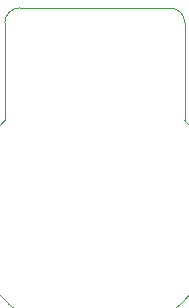
<source format=gbr>
%TF.GenerationSoftware,KiCad,Pcbnew,(5.1.9)-1*%
%TF.CreationDate,2022-03-15T16:17:15-05:00*%
%TF.ProjectId,ArmMotorPCB,41726d4d-6f74-46f7-9250-43422e6b6963,rev?*%
%TF.SameCoordinates,Original*%
%TF.FileFunction,Profile,NP*%
%FSLAX46Y46*%
G04 Gerber Fmt 4.6, Leading zero omitted, Abs format (unit mm)*
G04 Created by KiCad (PCBNEW (5.1.9)-1) date 2022-03-15 16:17:15*
%MOMM*%
%LPD*%
G01*
G04 APERTURE LIST*
%TA.AperFunction,Profile*%
%ADD10C,0.050000*%
%TD*%
G04 APERTURE END LIST*
D10*
X144145000Y-46355000D02*
G75*
G02*
X145415000Y-47625000I0J-1270000D01*
G01*
X130175000Y-47625000D02*
G75*
G02*
X131445000Y-46355000I1270000J0D01*
G01*
X145414999Y-55880001D02*
G75*
G02*
X130175001Y-55880001I-7619999J-7619999D01*
G01*
X145415000Y-47625000D02*
X145414999Y-55880001D01*
X130175000Y-47625000D02*
X130175001Y-55880001D01*
X137795000Y-46355000D02*
X131445000Y-46355000D01*
X137795000Y-46355000D02*
X144145000Y-46355000D01*
M02*

</source>
